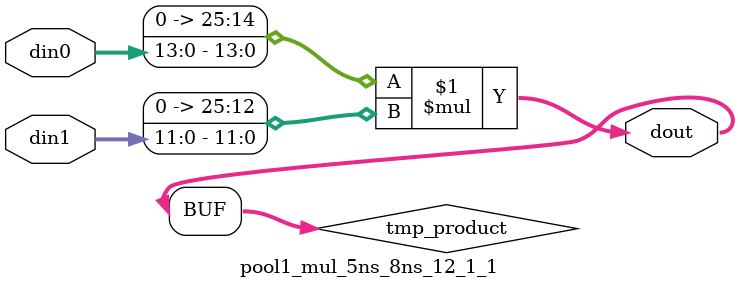
<source format=v>

`timescale 1 ns / 1 ps

 module pool1_mul_5ns_8ns_12_1_1(din0, din1, dout);
parameter ID = 1;
parameter NUM_STAGE = 0;
parameter din0_WIDTH = 14;
parameter din1_WIDTH = 12;
parameter dout_WIDTH = 26;

input [din0_WIDTH - 1 : 0] din0; 
input [din1_WIDTH - 1 : 0] din1; 
output [dout_WIDTH - 1 : 0] dout;

wire signed [dout_WIDTH - 1 : 0] tmp_product;
























assign tmp_product = $signed({1'b0, din0}) * $signed({1'b0, din1});











assign dout = tmp_product;





















endmodule

</source>
